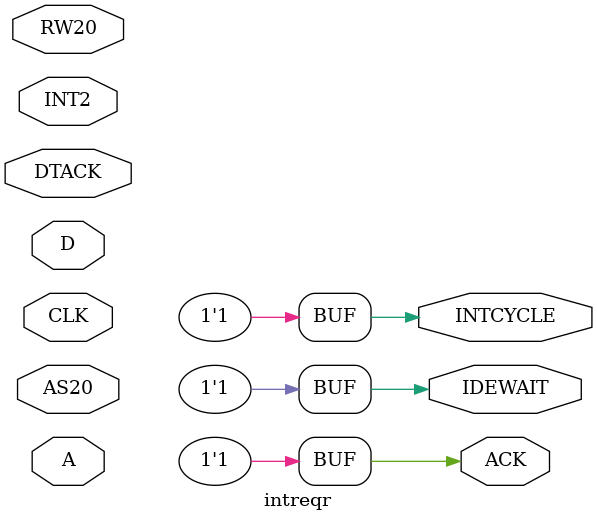
<source format=v>
`timescale 1ns / 1ps
/*	
	Copyright (C) 2016-2019, Stephen J. Leary
	All rights reserved.
	
	This file is part of  TF53x (Terrible Fire Accelerator).

	This program is free software; you can redistribute it and/or
	modify it under the terms of the GNU General Public License
	as published by the Free Software Foundation; version 2 only.
	
	This program is distributed in the hope that it will be useful,
	but WITHOUT ANY WARRANTY; without even the implied warranty of
	MERCHANTABILITY or FITNESS FOR A PARTICULAR PURPOSE.  See the
	GNU General Public License for more details.

	You should have received a copy of the GNU General Public License
	along with this program; if not, write to the Free Software
	Foundation, Inc., 51 Franklin Street, Fifth Floor, Boston, MA  02110-1301, USA.
*/

module tf530r3_ram_top(

        input CLKCPU,
        input	RESET,

        input	[23:0] A,
        inout	[7:0] D,
        input   [1:0] SIZ,
        
        input   IDEINT,
        output   IDEWAIT,
        output  INT2,
        
        input   AS20,
        input   RW20,
        input   DS20,
        
        // cache and burst control
        input  CBREQ,
        output  CBACK,
        output  CIIN,
        output 	STERM,	
        // 32 bit internal cycle.
        // i.e. assert OVR
        output  INTCYCLE,
                
        // ram chip control 
        output [3:0] RAMCS,
        output RAMOE,

        // SPI Port
        output          SPI_CLK,
        output [1:0]    SPI_CS,
        input	        SPI_MISO,
        output          SPI_MOSI

       );

wire [15:0] DATA_BUS;

assign D[7:0] = {DATA_BUS[15:8]};

wire [23:0] ADDRESS_MAP;

assign ADDRESS_MAP[6:0] = A[6:0];
assign ADDRESS_MAP[23:15] = {A[23:15]};
assign ADDRESS_MAP[13:12] = {A[13:12]};

// Instantiate the Unit Under Test (UUT)
	ram_top RAMTOP (

		.CLKCPU ( CLKCPU    ), 
		.RESET  ( RESET     ), 
		
        .AS20   ( AS20      ), 
		.RW20   ( RW20      ), 
		.DS20   ( DS20      ),
        
        .A      ( ADDRESS_MAP ), 
		.D      ( DATA_BUS  ), 
		.SIZ    ( SIZ       ),

		//.RAMA(RAMA), 
		.IDEINT ( IDEINT    ), 
		.IDEWAIT( IDEWAIT_INT   ), 
		.INT2   ( INT2_INT      ), 
		 
		.CBREQ  ( 1'b1      ), 
		//.CBACK  ( CBACK     ), 
		.CIIN   ( CIIN      ), 
		.STERM  ( STERM     ), 

		.INTCYCLE(INTCYCLE), 
		//.SLOWCYCLE(SLOWCYCLE), 
		.DTACK  ( 1'b1      ),

		.RAMCS  ( RAMCS     ), 
		.RAMOE  ( RAMOE     ), 
		
        .EXTINT ( EXTINT    ), 
		//.HOLD(HOLD), 
		//.WRITEPROT(WRITEPROT), 
		.SPI_CLK( SPI_CLK   ), 
		.SPI_CS ( SPI_CS    ), 
		//.SPI_WCS(SPI_WCS), 
		.SPI_MISO(SPI_MISO), 
		.SPI_MOSI(SPI_MOSI)
	);

assign IDEWAIT = IDEWAIT_INT ? 1'b1 : 1'b0;
assign INT2 = INT2_INT ? 1'bz : 1'b0;
assign CBACK = 1'b1;

endmodule

// Dummy/Fake
module intreqr(
    
    input CLK, 
    
    input [31:0] A,
    inout [15:0] D,
    
    input AS20, 
    input RW20, 
    input INT2, 

    input DTACK,

    output ACK, 
    output INTCYCLE, 
    output IDEWAIT
);

assign INTCYCLE = 1'b1;
assign ACK = 1'b1;
assign IDEWAIT = 1'b1;

endmodule

</source>
